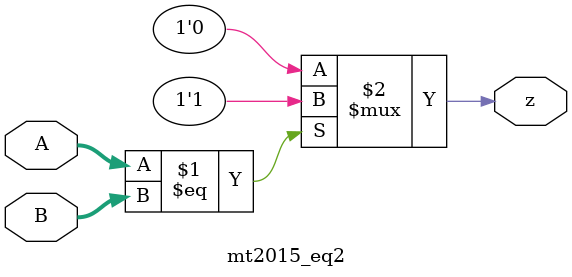
<source format=v>
module mt2015_eq2(
	input [1:0] A,
	input [1:0] B,
	output z
);
	// z = 1 if A = B, otherwise z = 0
	assign z = (A == B) ? 1'b1 : 1'b0;
	
endmodule

</source>
